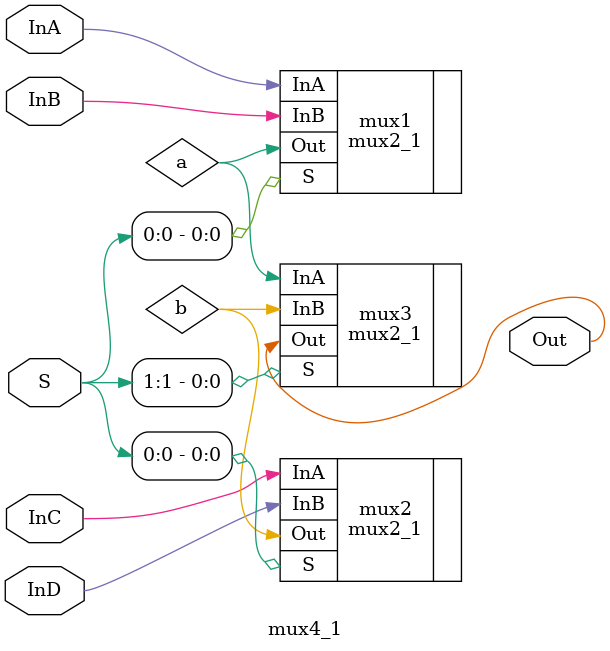
<source format=v>
module mux4_1(InA,InB,InC,InD,S,Out);
input InA,InB,InC,InD;
input [1:0] S;
output Out;
wire a,b;

mux2_1 mux1(.InA(InA),.InB(InB),.S(S[0]),.Out(a));
mux2_1 mux2(.InA(InC),.InB(InD),.S(S[0]),.Out(b));
mux2_1 mux3(.InA(a),.InB(b),.S(S[1]),.Out(Out));

endmodule

</source>
